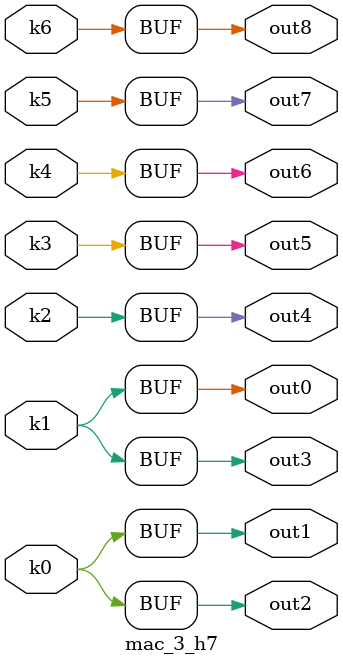
<source format=v>
module mac_3(pi0, pi1, pi2, pi3, pi4, pi5, pi6, pi7, pi8, po0, po1, po2, po3, po4, po5, po6, po7, po8);
input pi0, pi1, pi2, pi3, pi4, pi5, pi6, pi7, pi8;
output po0, po1, po2, po3, po4, po5, po6, po7, po8;
wire k0, k1, k2, k3, k4, k5, k6;
mac_3_w7 DUT1 (pi0, pi1, pi2, pi3, pi4, pi5, pi6, pi7, pi8, k0, k1, k2, k3, k4, k5, k6);
mac_3_h7 DUT2 (k0, k1, k2, k3, k4, k5, k6, po0, po1, po2, po3, po4, po5, po6, po7, po8);
endmodule

module mac_3_w7(in8, in7, in6, in5, in4, in3, in2, in1, in0, k6, k5, k4, k3, k2, k1, k0);
input in8, in7, in6, in5, in4, in3, in2, in1, in0;
output k6, k5, k4, k3, k2, k1, k0;
assign k0 =   (~in3 & ((~in7 & ((in4 & ((in2 & in5 & in8 & in0 & (~in1 | ~in6)) | (in1 & ~in5 & in6))) | ((~in8 | ~in0) & (~in4 | (in1 & in6))) | (~in8 & ~in0))) | (in1 & in6 & ((~in5 & in4 & (in8 ^ in0)) | ~in2 | (in5 & ~in8 & ~in0))) | (~in2 & (~in4 | ~in0)) | (~in8 & ~in0 & (~in4 | (~in1 & ~in5))))) | (in6 & ((~in2 & ((~in4 & in0) | (~in1 & in4 & ~in0))) | (in3 & ((~in5 & ((~in7 & (~in1 | ~in4)) | (~in1 & (in8 ^ in0)))) | (~in4 & ((~in8 & in0) | (in2 & in8 & ~in0))) | (~in1 & in5 & in4 & ~in8 & ~in0))))) | (~in2 & (~in5 | (~in4 & ~in6 & ~in0))) | (~in5 & ((~in7 & (~in8 | ~in0)) | (~in8 & ~in0 & (~in6 | (in1 & in4 & in3))))) | (~in6 & ~in0 & ~in4 & ~in8);
assign k1 =   (((in1 & ((in4 & ~in5 & in3) | (in6 & in5 & ~in3))) | (~in1 & ((in6 & in4 & in5 & in3) | (~in5 & ~in3))) | (~in6 & (~in4 | ~in5)) | (~in4 & ~in3)) & ((in0 & (~in8 | ~in2)) | (in8 & in2 & ~in0))) | (((~in0 & (~in8 | ~in2)) | (in8 & in2 & in0)) & ((in4 & ((in1 & ((in5 & in3) | (in6 & ~in5 & ~in3))) | (in5 & (~in6 | (~in1 & ~in3))))) | (in6 & in3 & (~in4 | (~in1 & ~in5)))));
assign k2 =   (in1 & (~in6 | ~in4)) | (in6 & in4 & ~in1);
assign k3 =   in3;
assign k4 =   in4;
assign k5 =   in7;
assign k6 =   in8;
endmodule

module mac_3_h7(k6, k5, k4, k3, k2, k1, k0, out8, out7, out6, out5, out4, out3, out2, out1, out0);
input k6, k5, k4, k3, k2, k1, k0;
output out8, out7, out6, out5, out4, out3, out2, out1, out0;
assign out0 = k1;
assign out1 = k0;
assign out2 = k0;
assign out3 = k1;
assign out4 = k2;
assign out5 = k3;
assign out6 = k4;
assign out7 = k5;
assign out8 = k6;
endmodule

</source>
